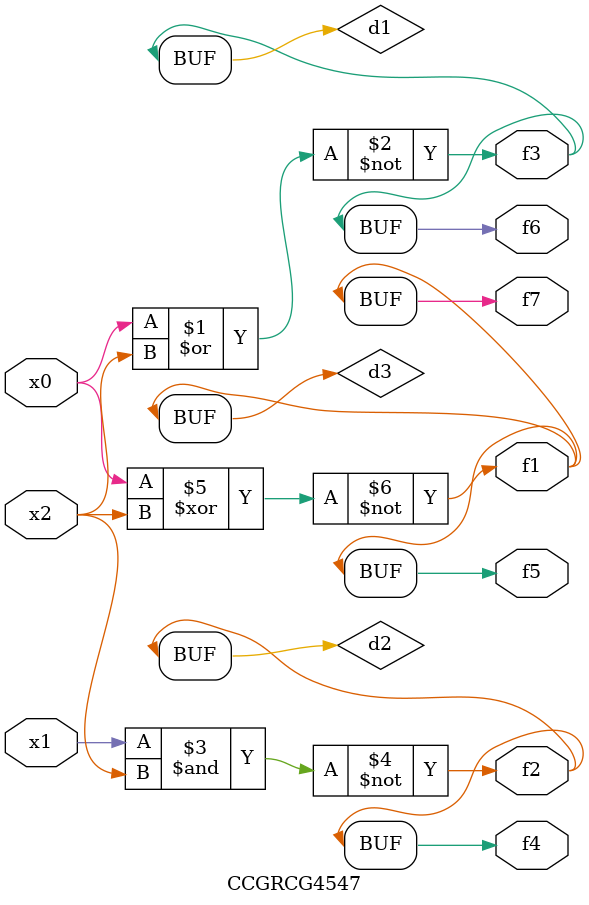
<source format=v>
module CCGRCG4547(
	input x0, x1, x2,
	output f1, f2, f3, f4, f5, f6, f7
);

	wire d1, d2, d3;

	nor (d1, x0, x2);
	nand (d2, x1, x2);
	xnor (d3, x0, x2);
	assign f1 = d3;
	assign f2 = d2;
	assign f3 = d1;
	assign f4 = d2;
	assign f5 = d3;
	assign f6 = d1;
	assign f7 = d3;
endmodule

</source>
